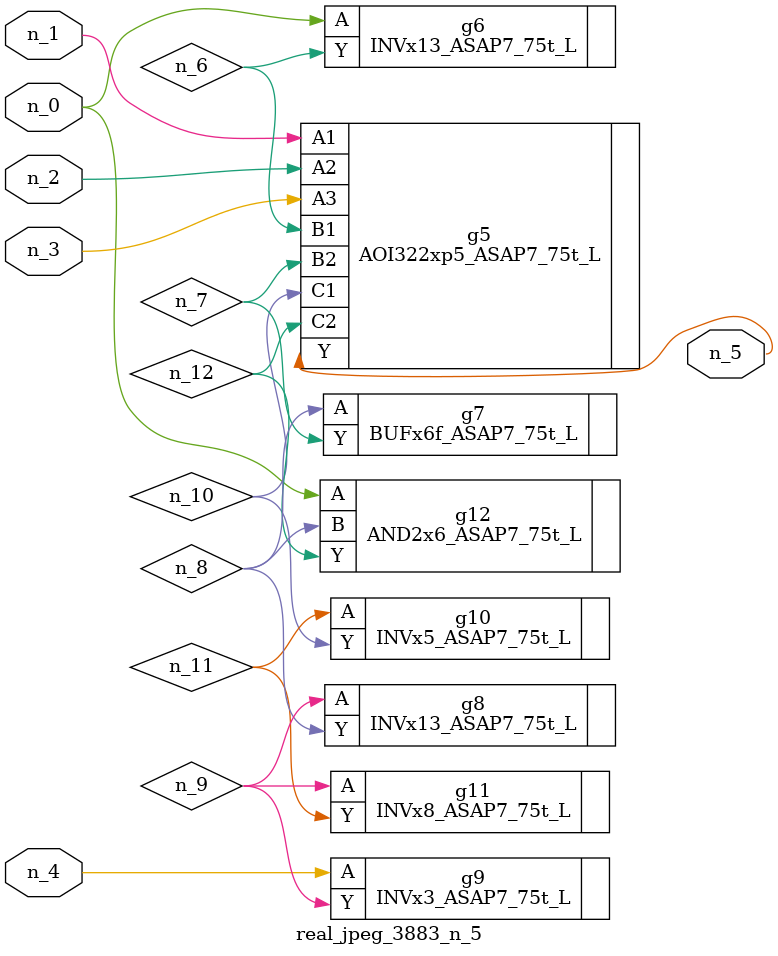
<source format=v>
module real_jpeg_3883_n_5 (n_4, n_0, n_1, n_2, n_3, n_5);

input n_4;
input n_0;
input n_1;
input n_2;
input n_3;

output n_5;

wire n_12;
wire n_8;
wire n_11;
wire n_6;
wire n_7;
wire n_10;
wire n_9;

INVx13_ASAP7_75t_L g6 ( 
.A(n_0),
.Y(n_6)
);

AND2x6_ASAP7_75t_L g12 ( 
.A(n_0),
.B(n_8),
.Y(n_12)
);

AOI322xp5_ASAP7_75t_L g5 ( 
.A1(n_1),
.A2(n_2),
.A3(n_3),
.B1(n_6),
.B2(n_7),
.C1(n_10),
.C2(n_12),
.Y(n_5)
);

INVx3_ASAP7_75t_L g9 ( 
.A(n_4),
.Y(n_9)
);

BUFx6f_ASAP7_75t_L g7 ( 
.A(n_8),
.Y(n_7)
);

INVx13_ASAP7_75t_L g8 ( 
.A(n_9),
.Y(n_8)
);

INVx8_ASAP7_75t_L g11 ( 
.A(n_9),
.Y(n_11)
);

INVx5_ASAP7_75t_L g10 ( 
.A(n_11),
.Y(n_10)
);


endmodule
</source>
